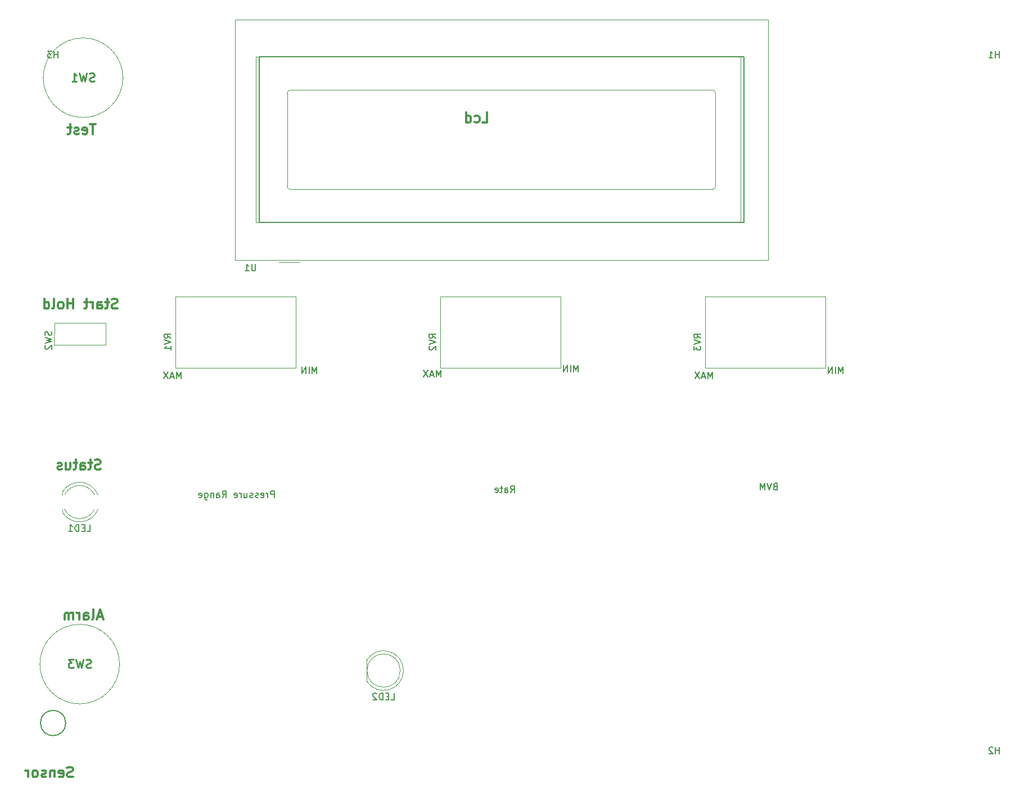
<source format=gbr>
G04 #@! TF.GenerationSoftware,KiCad,Pcbnew,(5.1.5)-3*
G04 #@! TF.CreationDate,2020-05-04T10:21:06+03:00*
G04 #@! TF.ProjectId,respirator-control_rev2,72657370-6972-4617-946f-722d636f6e74,rev?*
G04 #@! TF.SameCoordinates,Original*
G04 #@! TF.FileFunction,Legend,Bot*
G04 #@! TF.FilePolarity,Positive*
%FSLAX46Y46*%
G04 Gerber Fmt 4.6, Leading zero omitted, Abs format (unit mm)*
G04 Created by KiCad (PCBNEW (5.1.5)-3) date 2020-05-04 10:21:06*
%MOMM*%
%LPD*%
G04 APERTURE LIST*
%ADD10C,0.150000*%
%ADD11C,0.300000*%
%ADD12C,0.200000*%
%ADD13C,0.120000*%
%ADD14C,0.100000*%
%ADD15C,0.254000*%
G04 APERTURE END LIST*
D10*
X235834095Y-127833380D02*
X235834095Y-126833380D01*
X235500761Y-127547666D01*
X235167428Y-126833380D01*
X235167428Y-127833380D01*
X234738857Y-127547666D02*
X234262666Y-127547666D01*
X234834095Y-127833380D02*
X234500761Y-126833380D01*
X234167428Y-127833380D01*
X233929333Y-126833380D02*
X233262666Y-127833380D01*
X233262666Y-126833380D02*
X233929333Y-127833380D01*
X194940095Y-127579380D02*
X194940095Y-126579380D01*
X194606761Y-127293666D01*
X194273428Y-126579380D01*
X194273428Y-127579380D01*
X193844857Y-127293666D02*
X193368666Y-127293666D01*
X193940095Y-127579380D02*
X193606761Y-126579380D01*
X193273428Y-127579380D01*
X193035333Y-126579380D02*
X192368666Y-127579380D01*
X192368666Y-126579380D02*
X193035333Y-127579380D01*
X255503238Y-127071380D02*
X255503238Y-126071380D01*
X255169904Y-126785666D01*
X254836571Y-126071380D01*
X254836571Y-127071380D01*
X254360380Y-127071380D02*
X254360380Y-126071380D01*
X253884190Y-127071380D02*
X253884190Y-126071380D01*
X253312761Y-127071380D01*
X253312761Y-126071380D01*
X215625238Y-126817380D02*
X215625238Y-125817380D01*
X215291904Y-126531666D01*
X214958571Y-125817380D01*
X214958571Y-126817380D01*
X214482380Y-126817380D02*
X214482380Y-125817380D01*
X214006190Y-126817380D02*
X214006190Y-125817380D01*
X213434761Y-126817380D01*
X213434761Y-125817380D01*
X155824095Y-127833380D02*
X155824095Y-126833380D01*
X155490761Y-127547666D01*
X155157428Y-126833380D01*
X155157428Y-127833380D01*
X154728857Y-127547666D02*
X154252666Y-127547666D01*
X154824095Y-127833380D02*
X154490761Y-126833380D01*
X154157428Y-127833380D01*
X153919333Y-126833380D02*
X153252666Y-127833380D01*
X153252666Y-126833380D02*
X153919333Y-127833380D01*
X176255238Y-127071380D02*
X176255238Y-126071380D01*
X175921904Y-126785666D01*
X175588571Y-126071380D01*
X175588571Y-127071380D01*
X175112380Y-127071380D02*
X175112380Y-126071380D01*
X174636190Y-127071380D02*
X174636190Y-126071380D01*
X174064761Y-127071380D01*
X174064761Y-126071380D01*
X245276571Y-144073571D02*
X245133714Y-144121190D01*
X245086095Y-144168809D01*
X245038476Y-144264047D01*
X245038476Y-144406904D01*
X245086095Y-144502142D01*
X245133714Y-144549761D01*
X245228952Y-144597380D01*
X245609904Y-144597380D01*
X245609904Y-143597380D01*
X245276571Y-143597380D01*
X245181333Y-143645000D01*
X245133714Y-143692619D01*
X245086095Y-143787857D01*
X245086095Y-143883095D01*
X245133714Y-143978333D01*
X245181333Y-144025952D01*
X245276571Y-144073571D01*
X245609904Y-144073571D01*
X244752761Y-143597380D02*
X244419428Y-144597380D01*
X244086095Y-143597380D01*
X243752761Y-144597380D02*
X243752761Y-143597380D01*
X243419428Y-144311666D01*
X243086095Y-143597380D01*
X243086095Y-144597380D01*
X205454142Y-144978380D02*
X205787476Y-144502190D01*
X206025571Y-144978380D02*
X206025571Y-143978380D01*
X205644619Y-143978380D01*
X205549380Y-144026000D01*
X205501761Y-144073619D01*
X205454142Y-144168857D01*
X205454142Y-144311714D01*
X205501761Y-144406952D01*
X205549380Y-144454571D01*
X205644619Y-144502190D01*
X206025571Y-144502190D01*
X204597000Y-144978380D02*
X204597000Y-144454571D01*
X204644619Y-144359333D01*
X204739857Y-144311714D01*
X204930333Y-144311714D01*
X205025571Y-144359333D01*
X204597000Y-144930761D02*
X204692238Y-144978380D01*
X204930333Y-144978380D01*
X205025571Y-144930761D01*
X205073190Y-144835523D01*
X205073190Y-144740285D01*
X205025571Y-144645047D01*
X204930333Y-144597428D01*
X204692238Y-144597428D01*
X204597000Y-144549809D01*
X204263666Y-144311714D02*
X203882714Y-144311714D01*
X204120809Y-143978380D02*
X204120809Y-144835523D01*
X204073190Y-144930761D01*
X203977952Y-144978380D01*
X203882714Y-144978380D01*
X203168428Y-144930761D02*
X203263666Y-144978380D01*
X203454142Y-144978380D01*
X203549380Y-144930761D01*
X203597000Y-144835523D01*
X203597000Y-144454571D01*
X203549380Y-144359333D01*
X203454142Y-144311714D01*
X203263666Y-144311714D01*
X203168428Y-144359333D01*
X203120809Y-144454571D01*
X203120809Y-144549809D01*
X203597000Y-144645047D01*
X169877666Y-145740380D02*
X169877666Y-144740380D01*
X169496714Y-144740380D01*
X169401476Y-144788000D01*
X169353857Y-144835619D01*
X169306238Y-144930857D01*
X169306238Y-145073714D01*
X169353857Y-145168952D01*
X169401476Y-145216571D01*
X169496714Y-145264190D01*
X169877666Y-145264190D01*
X168877666Y-145740380D02*
X168877666Y-145073714D01*
X168877666Y-145264190D02*
X168830047Y-145168952D01*
X168782428Y-145121333D01*
X168687190Y-145073714D01*
X168591952Y-145073714D01*
X167877666Y-145692761D02*
X167972904Y-145740380D01*
X168163380Y-145740380D01*
X168258619Y-145692761D01*
X168306238Y-145597523D01*
X168306238Y-145216571D01*
X168258619Y-145121333D01*
X168163380Y-145073714D01*
X167972904Y-145073714D01*
X167877666Y-145121333D01*
X167830047Y-145216571D01*
X167830047Y-145311809D01*
X168306238Y-145407047D01*
X167449095Y-145692761D02*
X167353857Y-145740380D01*
X167163380Y-145740380D01*
X167068142Y-145692761D01*
X167020523Y-145597523D01*
X167020523Y-145549904D01*
X167068142Y-145454666D01*
X167163380Y-145407047D01*
X167306238Y-145407047D01*
X167401476Y-145359428D01*
X167449095Y-145264190D01*
X167449095Y-145216571D01*
X167401476Y-145121333D01*
X167306238Y-145073714D01*
X167163380Y-145073714D01*
X167068142Y-145121333D01*
X166639571Y-145692761D02*
X166544333Y-145740380D01*
X166353857Y-145740380D01*
X166258619Y-145692761D01*
X166211000Y-145597523D01*
X166211000Y-145549904D01*
X166258619Y-145454666D01*
X166353857Y-145407047D01*
X166496714Y-145407047D01*
X166591952Y-145359428D01*
X166639571Y-145264190D01*
X166639571Y-145216571D01*
X166591952Y-145121333D01*
X166496714Y-145073714D01*
X166353857Y-145073714D01*
X166258619Y-145121333D01*
X165353857Y-145073714D02*
X165353857Y-145740380D01*
X165782428Y-145073714D02*
X165782428Y-145597523D01*
X165734809Y-145692761D01*
X165639571Y-145740380D01*
X165496714Y-145740380D01*
X165401476Y-145692761D01*
X165353857Y-145645142D01*
X164877666Y-145740380D02*
X164877666Y-145073714D01*
X164877666Y-145264190D02*
X164830047Y-145168952D01*
X164782428Y-145121333D01*
X164687190Y-145073714D01*
X164591952Y-145073714D01*
X163877666Y-145692761D02*
X163972904Y-145740380D01*
X164163380Y-145740380D01*
X164258619Y-145692761D01*
X164306238Y-145597523D01*
X164306238Y-145216571D01*
X164258619Y-145121333D01*
X164163380Y-145073714D01*
X163972904Y-145073714D01*
X163877666Y-145121333D01*
X163830047Y-145216571D01*
X163830047Y-145311809D01*
X164306238Y-145407047D01*
X162068142Y-145740380D02*
X162401476Y-145264190D01*
X162639571Y-145740380D02*
X162639571Y-144740380D01*
X162258619Y-144740380D01*
X162163380Y-144788000D01*
X162115761Y-144835619D01*
X162068142Y-144930857D01*
X162068142Y-145073714D01*
X162115761Y-145168952D01*
X162163380Y-145216571D01*
X162258619Y-145264190D01*
X162639571Y-145264190D01*
X161211000Y-145740380D02*
X161211000Y-145216571D01*
X161258619Y-145121333D01*
X161353857Y-145073714D01*
X161544333Y-145073714D01*
X161639571Y-145121333D01*
X161211000Y-145692761D02*
X161306238Y-145740380D01*
X161544333Y-145740380D01*
X161639571Y-145692761D01*
X161687190Y-145597523D01*
X161687190Y-145502285D01*
X161639571Y-145407047D01*
X161544333Y-145359428D01*
X161306238Y-145359428D01*
X161211000Y-145311809D01*
X160734809Y-145073714D02*
X160734809Y-145740380D01*
X160734809Y-145168952D02*
X160687190Y-145121333D01*
X160591952Y-145073714D01*
X160449095Y-145073714D01*
X160353857Y-145121333D01*
X160306238Y-145216571D01*
X160306238Y-145740380D01*
X159401476Y-145073714D02*
X159401476Y-145883238D01*
X159449095Y-145978476D01*
X159496714Y-146026095D01*
X159591952Y-146073714D01*
X159734809Y-146073714D01*
X159830047Y-146026095D01*
X159401476Y-145692761D02*
X159496714Y-145740380D01*
X159687190Y-145740380D01*
X159782428Y-145692761D01*
X159830047Y-145645142D01*
X159877666Y-145549904D01*
X159877666Y-145264190D01*
X159830047Y-145168952D01*
X159782428Y-145121333D01*
X159687190Y-145073714D01*
X159496714Y-145073714D01*
X159401476Y-145121333D01*
X158544333Y-145692761D02*
X158639571Y-145740380D01*
X158830047Y-145740380D01*
X158925285Y-145692761D01*
X158972904Y-145597523D01*
X158972904Y-145216571D01*
X158925285Y-145121333D01*
X158830047Y-145073714D01*
X158639571Y-145073714D01*
X158544333Y-145121333D01*
X158496714Y-145216571D01*
X158496714Y-145311809D01*
X158972904Y-145407047D01*
D11*
X201199571Y-89197571D02*
X201913857Y-89197571D01*
X201913857Y-87697571D01*
X200056714Y-89126142D02*
X200199571Y-89197571D01*
X200485285Y-89197571D01*
X200628142Y-89126142D01*
X200699571Y-89054714D01*
X200771000Y-88911857D01*
X200771000Y-88483285D01*
X200699571Y-88340428D01*
X200628142Y-88269000D01*
X200485285Y-88197571D01*
X200199571Y-88197571D01*
X200056714Y-88269000D01*
X198771000Y-89197571D02*
X198771000Y-87697571D01*
X198771000Y-89126142D02*
X198913857Y-89197571D01*
X199199571Y-89197571D01*
X199342428Y-89126142D01*
X199413857Y-89054714D01*
X199485285Y-88911857D01*
X199485285Y-88483285D01*
X199413857Y-88340428D01*
X199342428Y-88269000D01*
X199199571Y-88197571D01*
X198913857Y-88197571D01*
X198771000Y-88269000D01*
X139544000Y-187809142D02*
X139329714Y-187880571D01*
X138972571Y-187880571D01*
X138829714Y-187809142D01*
X138758285Y-187737714D01*
X138686857Y-187594857D01*
X138686857Y-187452000D01*
X138758285Y-187309142D01*
X138829714Y-187237714D01*
X138972571Y-187166285D01*
X139258285Y-187094857D01*
X139401142Y-187023428D01*
X139472571Y-186952000D01*
X139544000Y-186809142D01*
X139544000Y-186666285D01*
X139472571Y-186523428D01*
X139401142Y-186452000D01*
X139258285Y-186380571D01*
X138901142Y-186380571D01*
X138686857Y-186452000D01*
X137472571Y-187809142D02*
X137615428Y-187880571D01*
X137901142Y-187880571D01*
X138044000Y-187809142D01*
X138115428Y-187666285D01*
X138115428Y-187094857D01*
X138044000Y-186952000D01*
X137901142Y-186880571D01*
X137615428Y-186880571D01*
X137472571Y-186952000D01*
X137401142Y-187094857D01*
X137401142Y-187237714D01*
X138115428Y-187380571D01*
X136758285Y-186880571D02*
X136758285Y-187880571D01*
X136758285Y-187023428D02*
X136686857Y-186952000D01*
X136544000Y-186880571D01*
X136329714Y-186880571D01*
X136186857Y-186952000D01*
X136115428Y-187094857D01*
X136115428Y-187880571D01*
X135472571Y-187809142D02*
X135329714Y-187880571D01*
X135044000Y-187880571D01*
X134901142Y-187809142D01*
X134829714Y-187666285D01*
X134829714Y-187594857D01*
X134901142Y-187452000D01*
X135044000Y-187380571D01*
X135258285Y-187380571D01*
X135401142Y-187309142D01*
X135472571Y-187166285D01*
X135472571Y-187094857D01*
X135401142Y-186952000D01*
X135258285Y-186880571D01*
X135044000Y-186880571D01*
X134901142Y-186952000D01*
X133972571Y-187880571D02*
X134115428Y-187809142D01*
X134186857Y-187737714D01*
X134258285Y-187594857D01*
X134258285Y-187166285D01*
X134186857Y-187023428D01*
X134115428Y-186952000D01*
X133972571Y-186880571D01*
X133758285Y-186880571D01*
X133615428Y-186952000D01*
X133544000Y-187023428D01*
X133472571Y-187166285D01*
X133472571Y-187594857D01*
X133544000Y-187737714D01*
X133615428Y-187809142D01*
X133758285Y-187880571D01*
X133972571Y-187880571D01*
X132829714Y-187880571D02*
X132829714Y-186880571D01*
X132829714Y-187166285D02*
X132758285Y-187023428D01*
X132686857Y-186952000D01*
X132544000Y-186880571D01*
X132401142Y-186880571D01*
X144016857Y-163699000D02*
X143302571Y-163699000D01*
X144159714Y-164127571D02*
X143659714Y-162627571D01*
X143159714Y-164127571D01*
X142445428Y-164127571D02*
X142588285Y-164056142D01*
X142659714Y-163913285D01*
X142659714Y-162627571D01*
X141231142Y-164127571D02*
X141231142Y-163341857D01*
X141302571Y-163199000D01*
X141445428Y-163127571D01*
X141731142Y-163127571D01*
X141874000Y-163199000D01*
X141231142Y-164056142D02*
X141374000Y-164127571D01*
X141731142Y-164127571D01*
X141874000Y-164056142D01*
X141945428Y-163913285D01*
X141945428Y-163770428D01*
X141874000Y-163627571D01*
X141731142Y-163556142D01*
X141374000Y-163556142D01*
X141231142Y-163484714D01*
X140516857Y-164127571D02*
X140516857Y-163127571D01*
X140516857Y-163413285D02*
X140445428Y-163270428D01*
X140374000Y-163199000D01*
X140231142Y-163127571D01*
X140088285Y-163127571D01*
X139588285Y-164127571D02*
X139588285Y-163127571D01*
X139588285Y-163270428D02*
X139516857Y-163199000D01*
X139374000Y-163127571D01*
X139159714Y-163127571D01*
X139016857Y-163199000D01*
X138945428Y-163341857D01*
X138945428Y-164127571D01*
X138945428Y-163341857D02*
X138874000Y-163199000D01*
X138731142Y-163127571D01*
X138516857Y-163127571D01*
X138374000Y-163199000D01*
X138302571Y-163341857D01*
X138302571Y-164127571D01*
X143712000Y-141450142D02*
X143497714Y-141521571D01*
X143140571Y-141521571D01*
X142997714Y-141450142D01*
X142926285Y-141378714D01*
X142854857Y-141235857D01*
X142854857Y-141093000D01*
X142926285Y-140950142D01*
X142997714Y-140878714D01*
X143140571Y-140807285D01*
X143426285Y-140735857D01*
X143569142Y-140664428D01*
X143640571Y-140593000D01*
X143712000Y-140450142D01*
X143712000Y-140307285D01*
X143640571Y-140164428D01*
X143569142Y-140093000D01*
X143426285Y-140021571D01*
X143069142Y-140021571D01*
X142854857Y-140093000D01*
X142426285Y-140521571D02*
X141854857Y-140521571D01*
X142212000Y-140021571D02*
X142212000Y-141307285D01*
X142140571Y-141450142D01*
X141997714Y-141521571D01*
X141854857Y-141521571D01*
X140712000Y-141521571D02*
X140712000Y-140735857D01*
X140783428Y-140593000D01*
X140926285Y-140521571D01*
X141212000Y-140521571D01*
X141354857Y-140593000D01*
X140712000Y-141450142D02*
X140854857Y-141521571D01*
X141212000Y-141521571D01*
X141354857Y-141450142D01*
X141426285Y-141307285D01*
X141426285Y-141164428D01*
X141354857Y-141021571D01*
X141212000Y-140950142D01*
X140854857Y-140950142D01*
X140712000Y-140878714D01*
X140212000Y-140521571D02*
X139640571Y-140521571D01*
X139997714Y-140021571D02*
X139997714Y-141307285D01*
X139926285Y-141450142D01*
X139783428Y-141521571D01*
X139640571Y-141521571D01*
X138497714Y-140521571D02*
X138497714Y-141521571D01*
X139140571Y-140521571D02*
X139140571Y-141307285D01*
X139069142Y-141450142D01*
X138926285Y-141521571D01*
X138712000Y-141521571D01*
X138569142Y-141450142D01*
X138497714Y-141378714D01*
X137854857Y-141450142D02*
X137712000Y-141521571D01*
X137426285Y-141521571D01*
X137283428Y-141450142D01*
X137212000Y-141307285D01*
X137212000Y-141235857D01*
X137283428Y-141093000D01*
X137426285Y-141021571D01*
X137640571Y-141021571D01*
X137783428Y-140950142D01*
X137854857Y-140807285D01*
X137854857Y-140735857D01*
X137783428Y-140593000D01*
X137640571Y-140521571D01*
X137426285Y-140521571D01*
X137283428Y-140593000D01*
X146251714Y-117193142D02*
X146037428Y-117264571D01*
X145680285Y-117264571D01*
X145537428Y-117193142D01*
X145466000Y-117121714D01*
X145394571Y-116978857D01*
X145394571Y-116836000D01*
X145466000Y-116693142D01*
X145537428Y-116621714D01*
X145680285Y-116550285D01*
X145966000Y-116478857D01*
X146108857Y-116407428D01*
X146180285Y-116336000D01*
X146251714Y-116193142D01*
X146251714Y-116050285D01*
X146180285Y-115907428D01*
X146108857Y-115836000D01*
X145966000Y-115764571D01*
X145608857Y-115764571D01*
X145394571Y-115836000D01*
X144966000Y-116264571D02*
X144394571Y-116264571D01*
X144751714Y-115764571D02*
X144751714Y-117050285D01*
X144680285Y-117193142D01*
X144537428Y-117264571D01*
X144394571Y-117264571D01*
X143251714Y-117264571D02*
X143251714Y-116478857D01*
X143323142Y-116336000D01*
X143466000Y-116264571D01*
X143751714Y-116264571D01*
X143894571Y-116336000D01*
X143251714Y-117193142D02*
X143394571Y-117264571D01*
X143751714Y-117264571D01*
X143894571Y-117193142D01*
X143966000Y-117050285D01*
X143966000Y-116907428D01*
X143894571Y-116764571D01*
X143751714Y-116693142D01*
X143394571Y-116693142D01*
X143251714Y-116621714D01*
X142537428Y-117264571D02*
X142537428Y-116264571D01*
X142537428Y-116550285D02*
X142466000Y-116407428D01*
X142394571Y-116336000D01*
X142251714Y-116264571D01*
X142108857Y-116264571D01*
X141823142Y-116264571D02*
X141251714Y-116264571D01*
X141608857Y-115764571D02*
X141608857Y-117050285D01*
X141537428Y-117193142D01*
X141394571Y-117264571D01*
X141251714Y-117264571D01*
X139608857Y-117264571D02*
X139608857Y-115764571D01*
X139608857Y-116478857D02*
X138751714Y-116478857D01*
X138751714Y-117264571D02*
X138751714Y-115764571D01*
X137823142Y-117264571D02*
X137966000Y-117193142D01*
X138037428Y-117121714D01*
X138108857Y-116978857D01*
X138108857Y-116550285D01*
X138037428Y-116407428D01*
X137966000Y-116336000D01*
X137823142Y-116264571D01*
X137608857Y-116264571D01*
X137466000Y-116336000D01*
X137394571Y-116407428D01*
X137323142Y-116550285D01*
X137323142Y-116978857D01*
X137394571Y-117121714D01*
X137466000Y-117193142D01*
X137608857Y-117264571D01*
X137823142Y-117264571D01*
X136466000Y-117264571D02*
X136608857Y-117193142D01*
X136680285Y-117050285D01*
X136680285Y-115764571D01*
X135251714Y-117264571D02*
X135251714Y-115764571D01*
X135251714Y-117193142D02*
X135394571Y-117264571D01*
X135680285Y-117264571D01*
X135823142Y-117193142D01*
X135894571Y-117121714D01*
X135966000Y-116978857D01*
X135966000Y-116550285D01*
X135894571Y-116407428D01*
X135823142Y-116336000D01*
X135680285Y-116264571D01*
X135394571Y-116264571D01*
X135251714Y-116336000D01*
X142977142Y-89475571D02*
X142120000Y-89475571D01*
X142548571Y-90975571D02*
X142548571Y-89475571D01*
X141048571Y-90904142D02*
X141191428Y-90975571D01*
X141477142Y-90975571D01*
X141620000Y-90904142D01*
X141691428Y-90761285D01*
X141691428Y-90189857D01*
X141620000Y-90047000D01*
X141477142Y-89975571D01*
X141191428Y-89975571D01*
X141048571Y-90047000D01*
X140977142Y-90189857D01*
X140977142Y-90332714D01*
X141691428Y-90475571D01*
X140405714Y-90904142D02*
X140262857Y-90975571D01*
X139977142Y-90975571D01*
X139834285Y-90904142D01*
X139762857Y-90761285D01*
X139762857Y-90689857D01*
X139834285Y-90547000D01*
X139977142Y-90475571D01*
X140191428Y-90475571D01*
X140334285Y-90404142D01*
X140405714Y-90261285D01*
X140405714Y-90189857D01*
X140334285Y-90047000D01*
X140191428Y-89975571D01*
X139977142Y-89975571D01*
X139834285Y-90047000D01*
X139334285Y-89975571D02*
X138762857Y-89975571D01*
X139120000Y-89475571D02*
X139120000Y-90761285D01*
X139048571Y-90904142D01*
X138905714Y-90975571D01*
X138762857Y-90975571D01*
D12*
X240568001Y-79263473D02*
X240568001Y-104263473D01*
X167568001Y-104263473D02*
X167568001Y-79263473D01*
X138468001Y-179734992D02*
G75*
G03X138468001Y-179734992I-1900000J0D01*
G01*
X167568001Y-79263473D02*
X240568001Y-79263473D01*
X240568001Y-104263473D02*
X167568001Y-104263473D01*
D13*
X137992500Y-145351000D02*
X137992500Y-144886000D01*
X137992500Y-147976000D02*
X137992500Y-147511000D01*
X142806979Y-145350571D02*
G75*
G03X138297816Y-145351000I-2254479J-1080429D01*
G01*
X142806979Y-147511429D02*
G75*
G02X138297816Y-147511000I-2254479J1080429D01*
G01*
X143340315Y-145350173D02*
G75*
G03X137992500Y-144886170I-2787815J-1080827D01*
G01*
X143340315Y-147511827D02*
G75*
G02X137992500Y-147975830I-2787815J1080827D01*
G01*
X234750000Y-115481000D02*
X234750000Y-126221000D01*
X252890000Y-115481000D02*
X252890000Y-126221000D01*
X234750000Y-115481000D02*
X252890000Y-115481000D01*
X234750000Y-126221000D02*
X252890000Y-126221000D01*
X240200000Y-126221000D02*
X247440000Y-126221000D01*
X194872000Y-115481000D02*
X194872000Y-126221000D01*
X213012000Y-115481000D02*
X213012000Y-126221000D01*
X194872000Y-115481000D02*
X213012000Y-115481000D01*
X194872000Y-126221000D02*
X213012000Y-126221000D01*
X200322000Y-126221000D02*
X207562000Y-126221000D01*
X154994000Y-115481000D02*
X154994000Y-126221000D01*
X173134000Y-115481000D02*
X173134000Y-126221000D01*
X154994000Y-115481000D02*
X173134000Y-115481000D01*
X154994000Y-126221000D02*
X173134000Y-126221000D01*
X160444000Y-126221000D02*
X167684000Y-126221000D01*
D14*
X134576000Y-170855000D02*
X134576000Y-170855000D01*
X146576000Y-170855000D02*
X146576000Y-170855000D01*
X146576000Y-170855000D02*
G75*
G03X134576000Y-170855000I-6000000J0D01*
G01*
X134576000Y-170855000D02*
G75*
G03X146576000Y-170855000I6000000J0D01*
G01*
X135084000Y-82463000D02*
X135084000Y-82463000D01*
X147084000Y-82463000D02*
X147084000Y-82463000D01*
X147084000Y-82463000D02*
G75*
G03X135084000Y-82463000I-6000000J0D01*
G01*
X135084000Y-82463000D02*
G75*
G03X147084000Y-82463000I6000000J0D01*
G01*
D13*
X189326000Y-171831462D02*
G75*
G03X183776000Y-170286170I-2990000J462D01*
G01*
X189326000Y-171830538D02*
G75*
G02X183776000Y-173375830I-2990000J-462D01*
G01*
X188836000Y-171831000D02*
G75*
G03X188836000Y-171831000I-2500000J0D01*
G01*
X183776000Y-173376000D02*
X183776000Y-170286000D01*
X167112000Y-79315000D02*
X167112000Y-104315000D01*
X240112000Y-79315000D02*
X167112000Y-79315000D01*
X240112000Y-104315000D02*
X240112000Y-79315000D01*
X167112000Y-104315000D02*
X240112000Y-104315000D01*
X172312660Y-99316540D02*
G75*
G02X171812280Y-98816160I0J500380D01*
G01*
X171812280Y-84815680D02*
G75*
G02X172312660Y-84315300I500380J0D01*
G01*
X235812660Y-84315300D02*
G75*
G02X236313040Y-84815680I0J-500380D01*
G01*
X236312000Y-98815000D02*
G75*
G02X235812000Y-99315000I-500000J0D01*
G01*
X236312000Y-98815000D02*
X236312000Y-84815000D01*
X235812660Y-84315000D02*
X172312000Y-84315000D01*
X171812280Y-84815680D02*
X171812280Y-98815000D01*
X172312000Y-99315000D02*
X235812000Y-99315000D01*
X170612000Y-110315000D02*
X173612000Y-110315000D01*
X163982000Y-109955000D02*
X164772000Y-109955000D01*
X163972000Y-109955000D02*
X163972000Y-73675000D01*
X244252000Y-109955000D02*
X164772000Y-109955000D01*
X244252000Y-73675000D02*
X244252000Y-109955000D01*
X163972000Y-73675000D02*
X244252000Y-73675000D01*
X136766000Y-122757000D02*
X144487600Y-122757000D01*
X144476800Y-119435880D02*
X136755200Y-119435880D01*
X136755200Y-119435880D02*
X136746000Y-122787000D01*
X144476800Y-119435880D02*
X144476000Y-122737000D01*
D10*
X141671547Y-150843380D02*
X142147738Y-150843380D01*
X142147738Y-149843380D01*
X141338214Y-150319571D02*
X141004880Y-150319571D01*
X140862023Y-150843380D02*
X141338214Y-150843380D01*
X141338214Y-149843380D01*
X140862023Y-149843380D01*
X140433452Y-150843380D02*
X140433452Y-149843380D01*
X140195357Y-149843380D01*
X140052500Y-149891000D01*
X139957261Y-149986238D01*
X139909642Y-150081476D01*
X139862023Y-150271952D01*
X139862023Y-150414809D01*
X139909642Y-150605285D01*
X139957261Y-150700523D01*
X140052500Y-150795761D01*
X140195357Y-150843380D01*
X140433452Y-150843380D01*
X138909642Y-150843380D02*
X139481071Y-150843380D01*
X139195357Y-150843380D02*
X139195357Y-149843380D01*
X139290595Y-149986238D01*
X139385833Y-150081476D01*
X139481071Y-150129095D01*
X234072380Y-121705761D02*
X233596190Y-121372428D01*
X234072380Y-121134333D02*
X233072380Y-121134333D01*
X233072380Y-121515285D01*
X233120000Y-121610523D01*
X233167619Y-121658142D01*
X233262857Y-121705761D01*
X233405714Y-121705761D01*
X233500952Y-121658142D01*
X233548571Y-121610523D01*
X233596190Y-121515285D01*
X233596190Y-121134333D01*
X233072380Y-121991476D02*
X234072380Y-122324809D01*
X233072380Y-122658142D01*
X233072380Y-122896238D02*
X233072380Y-123515285D01*
X233453333Y-123181952D01*
X233453333Y-123324809D01*
X233500952Y-123420047D01*
X233548571Y-123467666D01*
X233643809Y-123515285D01*
X233881904Y-123515285D01*
X233977142Y-123467666D01*
X234024761Y-123420047D01*
X234072380Y-123324809D01*
X234072380Y-123039095D01*
X234024761Y-122943857D01*
X233977142Y-122896238D01*
X194194380Y-121705761D02*
X193718190Y-121372428D01*
X194194380Y-121134333D02*
X193194380Y-121134333D01*
X193194380Y-121515285D01*
X193242000Y-121610523D01*
X193289619Y-121658142D01*
X193384857Y-121705761D01*
X193527714Y-121705761D01*
X193622952Y-121658142D01*
X193670571Y-121610523D01*
X193718190Y-121515285D01*
X193718190Y-121134333D01*
X193194380Y-121991476D02*
X194194380Y-122324809D01*
X193194380Y-122658142D01*
X193289619Y-122943857D02*
X193242000Y-122991476D01*
X193194380Y-123086714D01*
X193194380Y-123324809D01*
X193242000Y-123420047D01*
X193289619Y-123467666D01*
X193384857Y-123515285D01*
X193480095Y-123515285D01*
X193622952Y-123467666D01*
X194194380Y-122896238D01*
X194194380Y-123515285D01*
X154316380Y-121705761D02*
X153840190Y-121372428D01*
X154316380Y-121134333D02*
X153316380Y-121134333D01*
X153316380Y-121515285D01*
X153364000Y-121610523D01*
X153411619Y-121658142D01*
X153506857Y-121705761D01*
X153649714Y-121705761D01*
X153744952Y-121658142D01*
X153792571Y-121610523D01*
X153840190Y-121515285D01*
X153840190Y-121134333D01*
X153316380Y-121991476D02*
X154316380Y-122324809D01*
X153316380Y-122658142D01*
X154316380Y-123515285D02*
X154316380Y-122943857D01*
X154316380Y-123229571D02*
X153316380Y-123229571D01*
X153459238Y-123134333D01*
X153554476Y-123039095D01*
X153602095Y-122943857D01*
D15*
X142269333Y-171369047D02*
X142087904Y-171429523D01*
X141785523Y-171429523D01*
X141664571Y-171369047D01*
X141604095Y-171308571D01*
X141543619Y-171187619D01*
X141543619Y-171066666D01*
X141604095Y-170945714D01*
X141664571Y-170885238D01*
X141785523Y-170824761D01*
X142027428Y-170764285D01*
X142148380Y-170703809D01*
X142208857Y-170643333D01*
X142269333Y-170522380D01*
X142269333Y-170401428D01*
X142208857Y-170280476D01*
X142148380Y-170220000D01*
X142027428Y-170159523D01*
X141725047Y-170159523D01*
X141543619Y-170220000D01*
X141120285Y-170159523D02*
X140817904Y-171429523D01*
X140576000Y-170522380D01*
X140334095Y-171429523D01*
X140031714Y-170159523D01*
X139668857Y-170159523D02*
X138882666Y-170159523D01*
X139306000Y-170643333D01*
X139124571Y-170643333D01*
X139003619Y-170703809D01*
X138943142Y-170764285D01*
X138882666Y-170885238D01*
X138882666Y-171187619D01*
X138943142Y-171308571D01*
X139003619Y-171369047D01*
X139124571Y-171429523D01*
X139487428Y-171429523D01*
X139608380Y-171369047D01*
X139668857Y-171308571D01*
X142777333Y-82977047D02*
X142595904Y-83037523D01*
X142293523Y-83037523D01*
X142172571Y-82977047D01*
X142112095Y-82916571D01*
X142051619Y-82795619D01*
X142051619Y-82674666D01*
X142112095Y-82553714D01*
X142172571Y-82493238D01*
X142293523Y-82432761D01*
X142535428Y-82372285D01*
X142656380Y-82311809D01*
X142716857Y-82251333D01*
X142777333Y-82130380D01*
X142777333Y-82009428D01*
X142716857Y-81888476D01*
X142656380Y-81828000D01*
X142535428Y-81767523D01*
X142233047Y-81767523D01*
X142051619Y-81828000D01*
X141628285Y-81767523D02*
X141325904Y-83037523D01*
X141084000Y-82130380D01*
X140842095Y-83037523D01*
X140539714Y-81767523D01*
X139390666Y-83037523D02*
X140116380Y-83037523D01*
X139753523Y-83037523D02*
X139753523Y-81767523D01*
X139874476Y-81948952D01*
X139995428Y-82069904D01*
X140116380Y-82130380D01*
D10*
X187455047Y-176243380D02*
X187931238Y-176243380D01*
X187931238Y-175243380D01*
X187121714Y-175719571D02*
X186788380Y-175719571D01*
X186645523Y-176243380D02*
X187121714Y-176243380D01*
X187121714Y-175243380D01*
X186645523Y-175243380D01*
X186216952Y-176243380D02*
X186216952Y-175243380D01*
X185978857Y-175243380D01*
X185836000Y-175291000D01*
X185740761Y-175386238D01*
X185693142Y-175481476D01*
X185645523Y-175671952D01*
X185645523Y-175814809D01*
X185693142Y-176005285D01*
X185740761Y-176100523D01*
X185836000Y-176195761D01*
X185978857Y-176243380D01*
X186216952Y-176243380D01*
X185264571Y-175338619D02*
X185216952Y-175291000D01*
X185121714Y-175243380D01*
X184883619Y-175243380D01*
X184788380Y-175291000D01*
X184740761Y-175338619D01*
X184693142Y-175433857D01*
X184693142Y-175529095D01*
X184740761Y-175671952D01*
X185312190Y-176243380D01*
X184693142Y-176243380D01*
X167053904Y-110577380D02*
X167053904Y-111386904D01*
X167006285Y-111482142D01*
X166958666Y-111529761D01*
X166863428Y-111577380D01*
X166672952Y-111577380D01*
X166577714Y-111529761D01*
X166530095Y-111482142D01*
X166482476Y-111386904D01*
X166482476Y-110577380D01*
X165482476Y-111577380D02*
X166053904Y-111577380D01*
X165768190Y-111577380D02*
X165768190Y-110577380D01*
X165863428Y-110720238D01*
X165958666Y-110815476D01*
X166053904Y-110863095D01*
X136280761Y-120713666D02*
X136328380Y-120856523D01*
X136328380Y-121094619D01*
X136280761Y-121189857D01*
X136233142Y-121237476D01*
X136137904Y-121285095D01*
X136042666Y-121285095D01*
X135947428Y-121237476D01*
X135899809Y-121189857D01*
X135852190Y-121094619D01*
X135804571Y-120904142D01*
X135756952Y-120808904D01*
X135709333Y-120761285D01*
X135614095Y-120713666D01*
X135518857Y-120713666D01*
X135423619Y-120761285D01*
X135376000Y-120808904D01*
X135328380Y-120904142D01*
X135328380Y-121142238D01*
X135376000Y-121285095D01*
X135328380Y-121618428D02*
X136328380Y-121856523D01*
X135614095Y-122047000D01*
X136328380Y-122237476D01*
X135328380Y-122475571D01*
X135423619Y-122808904D02*
X135376000Y-122856523D01*
X135328380Y-122951761D01*
X135328380Y-123189857D01*
X135376000Y-123285095D01*
X135423619Y-123332714D01*
X135518857Y-123380333D01*
X135614095Y-123380333D01*
X135756952Y-123332714D01*
X136328380Y-122761285D01*
X136328380Y-123380333D01*
X137313904Y-79455380D02*
X137313904Y-78455380D01*
X137313904Y-78931571D02*
X136742476Y-78931571D01*
X136742476Y-79455380D02*
X136742476Y-78455380D01*
X136361523Y-78455380D02*
X135742476Y-78455380D01*
X136075809Y-78836333D01*
X135932952Y-78836333D01*
X135837714Y-78883952D01*
X135790095Y-78931571D01*
X135742476Y-79026809D01*
X135742476Y-79264904D01*
X135790095Y-79360142D01*
X135837714Y-79407761D01*
X135932952Y-79455380D01*
X136218666Y-79455380D01*
X136313904Y-79407761D01*
X136361523Y-79360142D01*
X279045904Y-184357380D02*
X279045904Y-183357380D01*
X279045904Y-183833571D02*
X278474476Y-183833571D01*
X278474476Y-184357380D02*
X278474476Y-183357380D01*
X278045904Y-183452619D02*
X277998285Y-183405000D01*
X277903047Y-183357380D01*
X277664952Y-183357380D01*
X277569714Y-183405000D01*
X277522095Y-183452619D01*
X277474476Y-183547857D01*
X277474476Y-183643095D01*
X277522095Y-183785952D01*
X278093523Y-184357380D01*
X277474476Y-184357380D01*
X279045904Y-79455380D02*
X279045904Y-78455380D01*
X279045904Y-78931571D02*
X278474476Y-78931571D01*
X278474476Y-79455380D02*
X278474476Y-78455380D01*
X277474476Y-79455380D02*
X278045904Y-79455380D01*
X277760190Y-79455380D02*
X277760190Y-78455380D01*
X277855428Y-78598238D01*
X277950666Y-78693476D01*
X278045904Y-78741095D01*
M02*

</source>
